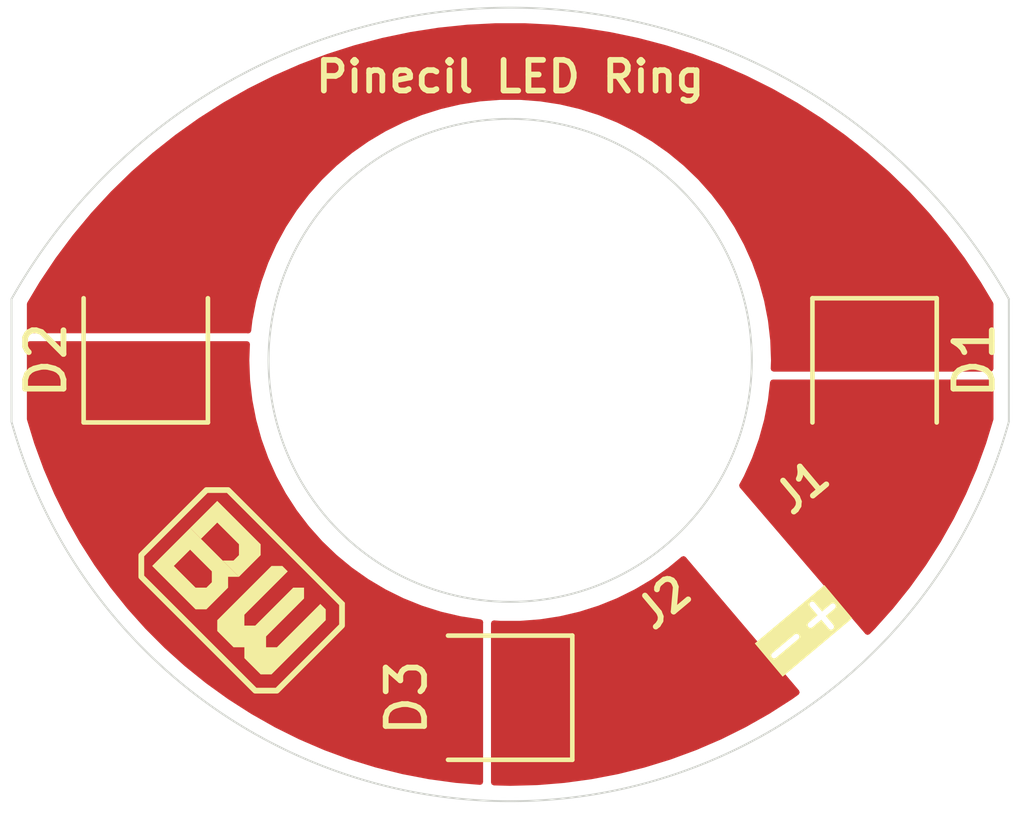
<source format=kicad_pcb>
(kicad_pcb (version 20240108) (generator "pcbnew") (generator_version "8.0")
  (layers (0 "F.Cu" signal) (31 "B.Cu" signal) (34 "B.Paste" user) (35 "F.Paste" user) (36 "B.SilkS" user "B.Silkscreen") (37 "F.SilkS" user "F.Silkscreen") (38 "B.Mask" user) (39 "F.Mask" user) (44 "Edge.Cuts" user))
  (net 0 "")
  (net 1 "Net-(D1-K)")
  (net 2 "Net-(D1-A)")
  (net 3 "Net-(D2-K)")
  (net 4 "Net-(D3-K)")
  (footprint "Connector_Wire:SolderWirePad_1x01_SMD_1x2mm" (layer "F.Cu") (at 154.9 107.4 -50)
    (property "Reference" "J2" (at -1.421158 -0.017626 40) (layer "F.SilkS") (effects (font (size 0.8 0.8))))
    (property "Value" "V-")
    (pad "1" smd roundrect (at 0 0 310) (size 1 2) (layers "F.Cu" "F.Paste" "F.Mask") (net 4 "Net-(D3-K)"))
  )
  (footprint "LED_SMD:LED_Luminus_MP-3030-1100_3.0x3.0mm" (layer "F.Cu") (at 140.5 100 90)
    (property "Reference" "D2" (at 0 -2.6 90) (layer "F.SilkS"))
    (property "Value" "LED 0.2W")
    (fp_line (start -1.62 -1.62) (end 1.62 -1.62) (stroke (width 0.12)) (layer "F.SilkS"))
    (fp_line (start -1.62 -1.62) (end -1.62 1.62) (stroke (width 0.12)) (layer "F.SilkS"))
    (fp_line (start -1.62 1.62) (end 1.62 1.62) (stroke (width 0.12)) (layer "F.SilkS"))
    (pad "1" smd rect (at -0.575 0 90) (size 1.6 2.4) (layers "F.Cu" "F.Mask") (net 3 "Net-(D2-K)"))
    (pad "2" smd rect (at 1.075 0 90) (size 0.6 2.4) (layers "F.Cu" "F.Mask") (net 1 "Net-(D1-K)"))
    (pad "2" smd rect (at 1.375 0 90) (size 0.6 0.5) (layers "F.Cu" "F.Mask") (net 1 "Net-(D1-K)"))
  )
  (footprint "BW_PassiveMechanical:Hole_1mm" (layer "F.Cu") (at 156.7 105.9)
    (property "Reference" "REF**" (hide yes))
    (property "Value" "Hole_1mm" (hide yes))
    (pad "" np_thru_hole circle (at 0 0) (size 1 1) (drill 1) (layers "F&B.Cu" "*.Mask"))
  )
  (footprint "BW_Logo:BW_Logo_Silk_5x3.2mm" (layer "F.Cu") (at 143 106 -45)
    (property "Reference" "Logo" (hide yes))
    (property "Value" "BW_Logo_Silk_5x3.2mm" (hide yes))
    (fp_poly (pts (xy -2.099999 -1.600001) (xy -2.5 -1.2) (xy -2.5 1.2) (xy -2.100001 1.6) (xy 2.099999 1.600001) (xy 2.5 1.2) (xy 2.5 -1.2) (xy 2.100001 -1.6)) (stroke (width 0.15)) (fill none) (layer "F.SilkS"))
    (fp_poly (pts (xy -2.1 -0.2) (xy -2.1 -1.2) (xy -0.499999 -1.2) (xy -0.300001 -1) (xy -0.299999 -0.199999) (xy -0.9 -0.200001) (xy -0.7 -0.4) (xy -0.7 -0.6) (xy -0.9 -0.799999) (xy -1.699999 -0.799999) (xy -1.7 -0.2)) (fill solid) (layer "F.SilkS"))
    (fp_poly (pts (xy -0.499999 1.2) (xy -2.1 1.2) (xy -2.1 -0.2) (xy -0.299999 -0.199999) (xy -0.5 -0.000001) (xy -0.3 0.200001) (xy -1.7 0.2) (xy -1.7 0.8) (xy -0.899999 0.8) (xy -0.7 0.6) (xy -0.7 0.4) (xy -0.900001 0.2) (xy -0.3 0.200001) (xy -0.3 1)) (fill solid) (layer "F.SilkS"))
    (fp_poly (pts (xy 0.1 -0.999999) (xy 0.1 1) (xy 0.300001 1.200001) (xy 0.9 1.2) (xy 1.099999 1) (xy 1.3 1.2) (xy 1.899999 1.200001) (xy 2.1 1) (xy 2.1 -1) (xy 1.9 -1.2) (xy 1.700001 -1.200001) (xy 1.700001 0.4) (xy 1.5 0.6) (xy 1.3 0.4) (xy 1.3 -1) (xy 1.1 -1.200001) (xy 0.9 -1) (xy 0.9 0.4) (xy 0.7 0.6) (xy 0.5 0.400001) (xy 0.499999 -1.2) (xy 0.3 -1.2)) (fill solid) (layer "F.SilkS"))
  )
  (footprint "Connector_Wire:SolderWirePad_1x01_SMD_1x2mm" (layer "F.Cu") (at 158.5 104.4 -50)
    (property "Reference" "J1" (at -1.421158 -0.017626 40) (layer "F.SilkS") (effects (font (size 0.8 0.8))))
    (property "Value" "V+")
    (pad "1" smd roundrect (at 0 0 310) (size 1 2) (layers "F.Cu" "F.Paste" "F.Mask") (net 2 "Net-(D1-A)"))
  )
  (footprint "LED_SMD:LED_Luminus_MP-3030-1100_3.0x3.0mm" (layer "F.Cu") (at 159.5 100 -90)
    (property "Reference" "D1" (at 0 -2.6 -90) (layer "F.SilkS"))
    (property "Value" "LED 0.2W")
    (fp_line (start -1.62 1.62) (end 1.62 1.62) (stroke (width 0.12)) (layer "F.SilkS"))
    (fp_line (start -1.62 -1.62) (end -1.62 1.62) (stroke (width 0.12)) (layer "F.SilkS"))
    (fp_line (start -1.62 -1.62) (end 1.62 -1.62) (stroke (width 0.12)) (layer "F.SilkS"))
    (pad "1" smd rect (at -0.575 0 270) (size 1.6 2.4) (layers "F.Cu" "F.Mask") (net 1 "Net-(D1-K)"))
    (pad "2" smd rect (at 1.075 0 270) (size 0.6 2.4) (layers "F.Cu" "F.Mask") (net 2 "Net-(D1-A)"))
    (pad "2" smd rect (at 1.375 0 270) (size 0.6 0.5) (layers "F.Cu" "F.Mask") (net 2 "Net-(D1-A)"))
  )
  (footprint "LED_SMD:LED_Luminus_MP-3030-1100_3.0x3.0mm" (layer "F.Cu") (at 150 108.8 180)
    (property "Reference" "D3" (at 2.7 0 -90) (layer "F.SilkS"))
    (property "Value" "LED 0.2W")
    (fp_line (start -1.62 1.62) (end 1.62 1.62) (stroke (width 0.12)) (layer "F.SilkS"))
    (fp_line (start -1.62 -1.62) (end 1.62 -1.62) (stroke (width 0.12)) (layer "F.SilkS"))
    (fp_line (start -1.62 -1.62) (end -1.62 1.62) (stroke (width 0.12)) (layer "F.SilkS"))
    (pad "1" smd rect (at -0.575 0 180) (size 1.6 2.4) (layers "F.Cu" "F.Mask") (net 4 "Net-(D3-K)"))
    (pad "2" smd rect (at 1.075 0 180) (size 0.6 2.4) (layers "F.Cu" "F.Mask") (net 3 "Net-(D2-K)"))
    (pad "2" smd rect (at 1.375 0 180) (size 0.6 0.5) (layers "F.Cu" "F.Mask") (net 3 "Net-(D2-K)"))
  )
  (gr_arc (start 137 98.4) (mid 150 90.8) (end 163 98.4) (stroke (width 0.05)) (layer "Edge.Cuts"))
  (gr_circle (center 150 100) (end 156.3 100) (stroke (width 0.05)) (fill none) (layer "Edge.Cuts"))
  (gr_arc (start 163 101.6) (mid 150 111.5) (end 137 101.6) (stroke (width 0.05)) (layer "Edge.Cuts"))
  (gr_line (start 163 101.6) (end 163 98.4) (stroke (width 0.05)) (layer "Edge.Cuts"))
  (gr_line (start 137 98.4) (end 137 101.6) (stroke (width 0.05)) (layer "Edge.Cuts"))
  (gr_text "-+" (at 157.6 107 40) (layer "F.SilkS" knockout) (effects (font (size 1 1))))
  (gr_text "Pinecil LED Ring" (at 150 92.6 0) (layer "F.SilkS") (effects (font (size 0.8 0.8))))
  (zone (net 0) (net_name "") (layer "F.Cu") (connect_pads (clearance 0)) (min_thickness 0.25)
    (keepout (tracks not_allowed) (vias not_allowed) (pads not_allowed) (copperpour not_allowed) (footprints allowed))
    (fill (thermal_gap 0.5) (thermal_bridge_width 0.5))
    (polygon (pts (xy 156.8 100) (xy 156.780047 99.479465) (xy 156.720307 98.961985) (xy 156.621129 98.450596) (xy 156.483095 97.9483) (xy 156.307017 97.458044) (xy 156.093926 96.982705) (xy 155.845073 96.525073) (xy 155.56192 96.087833) (xy 155.246126 95.673551) (xy 154.899547 95.284659) (xy 154.524215 94.923438) (xy 154.122333 94.592008) (xy 153.696259 94.292315) (xy 153.248495 94.026117) (xy 152.781667 93.794975) (xy 152.298515 93.600248) (xy 151.801874 93.443076) (xy 151.29466 93.324383) (xy 150.779847 93.244866) (xy 150.260459 93.20499) (xy 149.739541 93.20499) (xy 149.220153 93.244866) (xy 148.70534 93.324383) (xy 148.198126 93.443076) (xy 147.701485 93.600248) (xy 147.218333 93.794975) (xy 146.751505 94.026117) (xy 146.303741 94.292315) (xy 145.877667 94.592008) (xy 145.475785 94.923438) (xy 145.100453 95.284659) (xy 144.753874 95.673551) (xy 144.43808 96.087833) (xy 144.154927 96.525073) (xy 143.906074 96.982705) (xy 143.692983 97.458044) (xy 143.516905 97.9483) (xy 143.378871 98.450596) (xy 143.279693 98.961985) (xy 143.219953 99.479465) (xy 143.2 100) (xy 143.219953 100.520535) (xy 143.279693 101.038015) (xy 143.378871 101.549404) (xy 143.516905 102.0517) (xy 143.692983 102.541956) (xy 143.906074 103.017295) (xy 144.154927 103.474927) (xy 144.43808 103.912167) (xy 144.753874 104.326449) (xy 145.100453 104.715341) (xy 145.475785 105.076562) (xy 145.877667 105.407992) (xy 146.303741 105.707685) (xy 146.751505 105.973883) (xy 147.218333 106.205025) (xy 147.701485 106.399752) (xy 148.198126 106.556924) (xy 148.70534 106.675617) (xy 149.220153 106.755134) (xy 149.739541 106.79501) (xy 150.260459 106.79501) (xy 150.779847 106.755134) (xy 151.29466 106.675617) (xy 151.801874 106.556924) (xy 152.298515 106.399752) (xy 152.781667 106.205025) (xy 153.248495 105.973883) (xy 153.696259 105.707685) (xy 154.122333 105.407992) (xy 154.524215 105.076562) (xy 154.899547 104.715341) (xy 155.246126 104.326449) (xy 155.56192 103.912167) (xy 155.845073 103.474927) (xy 156.093926 103.017295) (xy 156.307017 102.541956) (xy 156.483095 102.0517) (xy 156.621129 101.549404) (xy 156.720307 101.038015) (xy 156.780047 100.520535) (xy 156.8 100)))
  )
  (zone (net 1) (net_name "Net-(D1-K)") (layer "F.Cu") (connect_pads yes (clearance 0.2)) (min_thickness 0.15) (fill yes (thermal_gap 0.5) (thermal_bridge_width 0.5))
    (polygon (pts (xy 144.1 99.5) (xy 155 100.5) (xy 163.4 100.5) (xy 163.4 96.5) (xy 155.2 90.6) (xy 144.9 90.6) (xy 136.7 96.7) (xy 136.7 99.5)))
  )
  (zone (net 2) (net_name "Net-(D1-A)") (layer "F.Cu") (connect_pads yes (clearance 0.2)) (min_thickness 0.15) (fill yes (thermal_gap 0.5) (thermal_bridge_width 0.5))
    (polygon (pts (xy 155.7 100.5) (xy 155.2 102.4) (xy 160 108) (xy 163.4 103.1) (xy 163.4 100.5)))
  )
  (zone (net 3) (net_name "Net-(D2-K)") (layer "F.Cu") (connect_pads yes (clearance 0.2)) (min_thickness 0.15) (fill yes (thermal_gap 0.5) (thermal_bridge_width 0.5))
    (polygon (pts (xy 149.5 105.9) (xy 144.1 99.5) (xy 136.7 99.5) (xy 136.7 104.4) (xy 144.8 111.9) (xy 149.5 111.9)))
  )
  (zone (net 4) (net_name "Net-(D3-K)") (layer "F.Cu") (connect_pads yes (clearance 0.2)) (min_thickness 0.15) (fill yes (thermal_gap 0.5) (thermal_bridge_width 0.5))
    (polygon (pts (xy 149.5 105.9) (xy 153.7 104.1) (xy 158.2 109.4) (xy 152.6 111.9) (xy 149.5 111.9)))
  )
)
</source>
